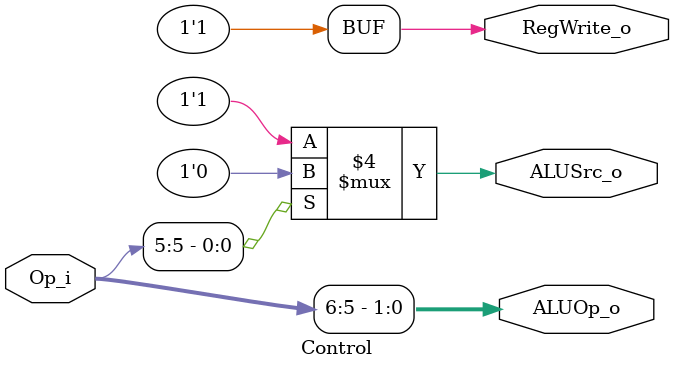
<source format=v>
module Control(Op_i, ALUOp_o, ALUSrc_o, RegWrite_o);
    input [6:0] Op_i;
    output reg ALUSrc_o, RegWrite_o;
    // ALUOp from OpCode[5:4]
    // R format: 01 
    // I format: 00 
    output reg [1:0] ALUOp_o;
    
    always @(Op_i) begin 
        ALUOp_o <= Op_i[6:5];
        RegWrite_o <= 1'b1; // for all supported ops 

        if(~Op_i[5]) begin
            ALUSrc_o <= 1'b1;
        end else begin
            ALUSrc_o <= 1'b0;
        end 
    end
endmodule


</source>
